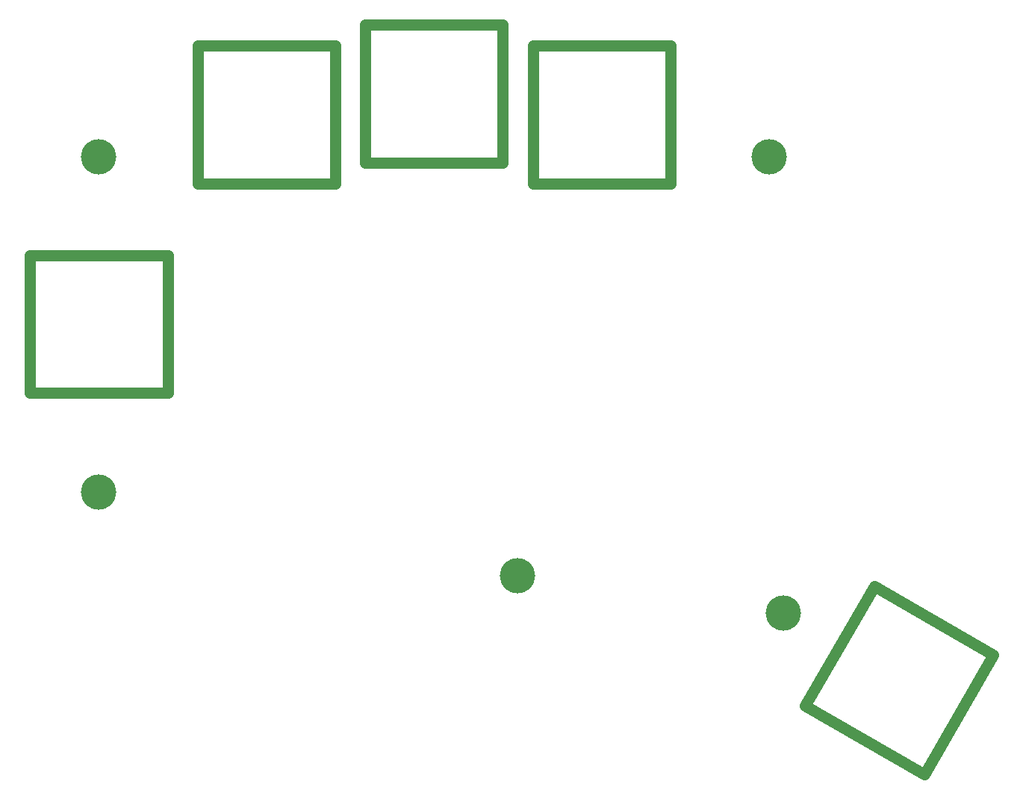
<source format=gbr>
%TF.GenerationSoftware,KiCad,Pcbnew,7.0.10*%
%TF.CreationDate,2024-02-18T23:47:10+09:00*%
%TF.ProjectId,kamu_keyboard,6b616d75-5f6b-4657-9962-6f6172642e6b,rev?*%
%TF.SameCoordinates,Original*%
%TF.FileFunction,Soldermask,Top*%
%TF.FilePolarity,Negative*%
%FSLAX46Y46*%
G04 Gerber Fmt 4.6, Leading zero omitted, Abs format (unit mm)*
G04 Created by KiCad (PCBNEW 7.0.10) date 2024-02-18 23:47:10*
%MOMM*%
%LPD*%
G01*
G04 APERTURE LIST*
%ADD10C,1.300000*%
%ADD11C,4.000000*%
G04 APERTURE END LIST*
D10*
%TO.C,J3*%
X82013000Y-69971000D02*
X82013000Y-85571000D01*
X82013000Y-69971000D02*
X97613000Y-69971000D01*
X82013000Y-85571000D02*
X97613000Y-85571000D01*
X97613000Y-69971000D02*
X97613000Y-85571000D01*
%TO.C,J1*%
X44013000Y-96096000D02*
X44013000Y-111696000D01*
X44013000Y-96096000D02*
X59613000Y-96096000D01*
X44013000Y-111696000D02*
X59613000Y-111696000D01*
X59613000Y-96096000D02*
X59613000Y-111696000D01*
%TO.C,J5*%
X153217998Y-141416002D02*
X139708002Y-133616002D01*
X153217998Y-141416002D02*
X145417998Y-154925998D01*
X139708002Y-133616002D02*
X131908002Y-147125998D01*
X145417998Y-154925998D02*
X131908002Y-147125998D01*
%TO.C,J4*%
X116613000Y-87946000D02*
X101013000Y-87946000D01*
X116613000Y-72346000D02*
X116613000Y-87946000D01*
X116613000Y-72346000D02*
X101013000Y-72346000D01*
X101013000Y-72346000D02*
X101013000Y-87946000D01*
%TO.C,J2*%
X78613000Y-87946000D02*
X63013000Y-87946000D01*
X78613000Y-72346000D02*
X78613000Y-87946000D01*
X78613000Y-72346000D02*
X63013000Y-72346000D01*
X63013000Y-72346000D02*
X63013000Y-87946000D01*
%TD*%
D11*
%TO.C,*%
X127813000Y-84896000D03*
%TD*%
%TO.C,*%
X129399414Y-136671000D03*
%TD*%
%TO.C,*%
X99313000Y-132396000D03*
%TD*%
%TO.C,*%
X51813000Y-122896000D03*
%TD*%
%TO.C,*%
X51813000Y-84896000D03*
%TD*%
M02*

</source>
